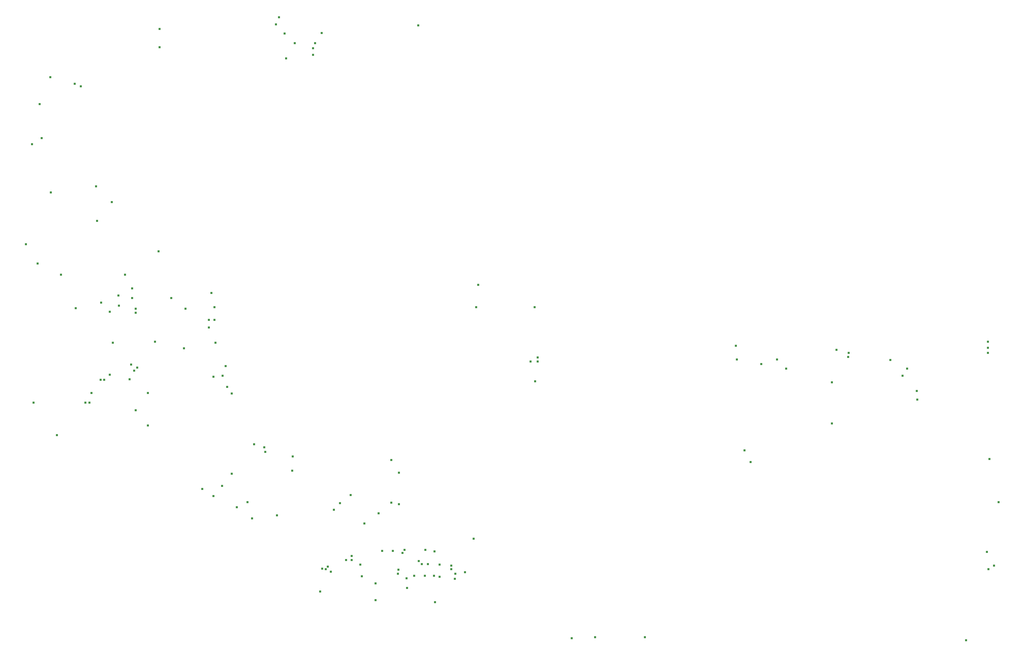
<source format=gbr>
G04 EAGLE Gerber RS-274X export*
G75*
%MOMM*%
%FSLAX34Y34*%
%LPD*%
%INCopper Layer 3*%
%IPPOS*%
%AMOC8*
5,1,8,0,0,1.08239X$1,22.5*%
G01*
G04 Define Apertures*
%ADD10C,0.452400*%
D10*
X635715Y-35318D03*
X617710Y-35318D03*
X359408Y238220D03*
X351098Y72713D03*
X247223Y834463D03*
X247223Y804685D03*
X472285Y810918D03*
X458435Y785295D03*
X65095Y754133D03*
X105953Y743053D03*
X1231958Y112878D03*
X1221570Y132268D03*
X1509650Y216753D03*
X1508958Y231295D03*
X1484720Y256225D03*
X1492338Y268690D03*
X1627375Y294313D03*
X1627375Y313010D03*
X1627375Y303315D03*
X1366995Y245145D03*
X1366995Y177280D03*
X394033Y45705D03*
X352483Y256918D03*
X164123Y258303D03*
X288080Y302623D03*
X50553Y652335D03*
X130190Y211213D03*
X76175Y157198D03*
X34625Y642640D03*
X155120Y249993D03*
X671033Y-76868D03*
X401650Y18698D03*
X468823Y121880D03*
X468130Y98335D03*
X123958Y211905D03*
X37395Y211905D03*
X43628Y443893D03*
X684190Y-57478D03*
X524223Y-66480D03*
X367025Y226448D03*
X367025Y93488D03*
X290158Y368410D03*
X207058Y368410D03*
X47090Y709120D03*
X83100Y425195D03*
X376028Y37395D03*
X588625Y9695D03*
X770753Y-15235D03*
X421733Y137115D03*
X567158Y-44320D03*
X581700Y-58863D03*
X646103Y42243D03*
X646103Y94413D03*
X517990Y-65095D03*
X612170Y27008D03*
X706350Y-121188D03*
X756210Y-71328D03*
X644025Y-74098D03*
X651643Y-38780D03*
X632945Y116340D03*
X632945Y45013D03*
X738898Y-82408D03*
X514528Y-103183D03*
X606630Y-90025D03*
X567158Y-50553D03*
X584470Y-77560D03*
X558155Y-51245D03*
X644718Y-67173D03*
X655105Y-33933D03*
X658568Y-81715D03*
X713968Y-78945D03*
X713968Y-58170D03*
X689730Y-33933D03*
X659260Y-97643D03*
X740283Y-74098D03*
X733358Y-60248D03*
X704965Y-36703D03*
X689038Y-76868D03*
X606630Y-117725D03*
X115648Y738898D03*
X65788Y562310D03*
X197363Y250685D03*
X318550Y67865D03*
X207058Y198748D03*
X693885Y-57478D03*
X527685Y-61633D03*
X442508Y23545D03*
X133653Y227833D03*
X24238Y475748D03*
X148888Y249993D03*
X679343Y-52630D03*
X532533Y-69943D03*
X207750Y361485D03*
X178665Y390570D03*
X704273Y-76868D03*
X934183Y-181435D03*
X179358Y373258D03*
X239605Y313010D03*
X423118Y129498D03*
X357330Y272845D03*
X1590673Y-184205D03*
X1395388Y295005D03*
X1644688Y45705D03*
X1637070Y-60248D03*
X189745Y425195D03*
X877398Y286695D03*
X1464638Y282540D03*
X1629453Y117725D03*
X1628068Y-66480D03*
X1625990Y-37395D03*
X201518Y402343D03*
X877398Y280463D03*
X1394695Y288080D03*
X338633Y370488D03*
X774908Y370488D03*
X873243Y247223D03*
X864933Y280463D03*
X204980Y265228D03*
X328938Y349713D03*
X338633Y349713D03*
X168970Y311625D03*
X871858Y371180D03*
X777678Y407883D03*
X149580Y378105D03*
X164123Y363563D03*
X404420Y141963D03*
X972963Y-179358D03*
X201518Y385723D03*
X266613Y385723D03*
X340710Y311625D03*
X1055370Y-179358D03*
X227833Y173818D03*
X227833Y227833D03*
X141270Y572005D03*
X167585Y545690D03*
X328938Y337248D03*
X506218Y810918D03*
X677958Y840695D03*
X107338Y369103D03*
X445970Y854545D03*
X245145Y463975D03*
X517298Y828230D03*
X1290820Y267998D03*
X209828Y270075D03*
X1374613Y299853D03*
X199440Y274923D03*
X455665Y827538D03*
X441123Y842080D03*
X143348Y514528D03*
X1207720Y306085D03*
X1209105Y283233D03*
X1249963Y276308D03*
X1276278Y283233D03*
X502755Y802608D03*
X502755Y791528D03*
X733358Y-66480D03*
X565773Y57478D03*
X537380Y33240D03*
X547768Y43628D03*
X336555Y254840D03*
X336555Y56093D03*
X333785Y394725D03*
M02*

</source>
